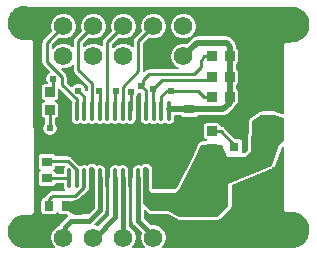
<source format=gtl>
G04 Layer: TopLayer*
G04 EasyEDA v6.5.42, 2024-05-25 08:47:02*
G04 c832b5f5d920414fa9447ed0a7611263,2865ae9118a24060a17af6d01c9bcc73,10*
G04 Gerber Generator version 0.2*
G04 Scale: 100 percent, Rotated: No, Reflected: No *
G04 Dimensions in millimeters *
G04 leading zeros omitted , absolute positions ,4 integer and 5 decimal *
%FSLAX45Y45*%
%MOMM*%

%AMMACRO1*21,1,$1,$2,0,0,$3*%
%ADD10C,0.2540*%
%ADD11C,0.5000*%
%ADD12C,0.4500*%
%ADD13O,0.3430016X1.7314926000000002*%
%ADD14MACRO1,2.75X6.2X90.0000*%
%ADD15R,0.8000X0.8000*%
%ADD16MACRO1,0.864X0.8065X0.0000*%
%ADD17R,0.8640X0.8065*%
%ADD18R,3.5000X1.2000*%
%ADD19MACRO1,0.864X0.8065X-90.0000*%
%ADD20R,0.9000X0.8000*%
%ADD21R,0.8000X0.9000*%
%ADD22O,2.4999949999999997X1.6999966*%
%ADD23C,2.0000*%
%ADD24C,1.5748*%
%ADD25C,0.6000*%
%ADD26C,0.6096*%
%ADD27C,0.6200*%
%ADD28C,0.0117*%

%LPD*%
G36*
X-174091Y-1644294D02*
G01*
X-178155Y-1643430D01*
X-181559Y-1641043D01*
X-183692Y-1637487D01*
X-185724Y-1631696D01*
X-188772Y-1626768D01*
X-192887Y-1622704D01*
X-194767Y-1621485D01*
X-197713Y-1618691D01*
X-199339Y-1614932D01*
X-199339Y-1610868D01*
X-197713Y-1607108D01*
X-194767Y-1604314D01*
X-192887Y-1603095D01*
X-188772Y-1599031D01*
X-185724Y-1594104D01*
X-183794Y-1588668D01*
X-183337Y-1584350D01*
X-182270Y-1580794D01*
X-179984Y-1577898D01*
X-176834Y-1575968D01*
X-173228Y-1575308D01*
X-111658Y-1575308D01*
X-107340Y-1576273D01*
X-103784Y-1579016D01*
X-101803Y-1582978D01*
X-101701Y-1587398D01*
X-103479Y-1591513D01*
X-107035Y-1598574D01*
X-109169Y-1606245D01*
X-109982Y-1614627D01*
X-109982Y-1634134D01*
X-110744Y-1638046D01*
X-112928Y-1641297D01*
X-116230Y-1643532D01*
X-120142Y-1644294D01*
G37*

%LPD*%
G36*
X731469Y-2272792D02*
G01*
X727659Y-2272080D01*
X724458Y-2269947D01*
X722223Y-2266848D01*
X721309Y-2263089D01*
X721868Y-2259279D01*
X723849Y-2255926D01*
X730707Y-2248103D01*
X738327Y-2236724D01*
X744372Y-2224430D01*
X748741Y-2211476D01*
X751433Y-2198065D01*
X752348Y-2184400D01*
X751433Y-2170734D01*
X748741Y-2157323D01*
X744372Y-2144369D01*
X738327Y-2132076D01*
X730707Y-2120696D01*
X721664Y-2110435D01*
X711403Y-2101392D01*
X700024Y-2093772D01*
X687730Y-2087727D01*
X674776Y-2083358D01*
X661365Y-2080666D01*
X647700Y-2079752D01*
X628650Y-2081174D01*
X625449Y-2080260D01*
X622757Y-2078329D01*
X569518Y-2025040D01*
X567283Y-2021738D01*
X566521Y-2017826D01*
X566521Y-1961184D01*
X567283Y-1957273D01*
X569518Y-1954022D01*
X572770Y-1951786D01*
X576681Y-1951024D01*
X580542Y-1951786D01*
X583844Y-1954022D01*
X603758Y-1973935D01*
X608533Y-1977745D01*
X613765Y-1980234D01*
X619404Y-1981504D01*
X622604Y-1981707D01*
X765098Y-1981707D01*
X767740Y-1982063D01*
X770178Y-1983028D01*
X852017Y-2029764D01*
X857859Y-2031796D01*
X864158Y-2032507D01*
X1193495Y-2032507D01*
X1199540Y-2031847D01*
X1205026Y-2029917D01*
X1209954Y-2026818D01*
X1212342Y-2024735D01*
X1300835Y-1936242D01*
X1304645Y-1931466D01*
X1307134Y-1926234D01*
X1308404Y-1920595D01*
X1308608Y-1917395D01*
X1308608Y-1751330D01*
X1309370Y-1747418D01*
X1311605Y-1744116D01*
X1314907Y-1741932D01*
X1660550Y-1598879D01*
X1664462Y-1596847D01*
X1669135Y-1593189D01*
X1672793Y-1588668D01*
X1675587Y-1582978D01*
X1732381Y-1424025D01*
X1734464Y-1420571D01*
X1737715Y-1418183D01*
X1741627Y-1417269D01*
X1745640Y-1417980D01*
X1748993Y-1420164D01*
X1751279Y-1423466D01*
X1752092Y-1427429D01*
X1752092Y-1941474D01*
X1752904Y-1947976D01*
X1754987Y-1953514D01*
X1758543Y-1958695D01*
X1760931Y-1961134D01*
X1766011Y-1964842D01*
X1771497Y-1967077D01*
X1778000Y-1967992D01*
X1829054Y-1969211D01*
X1845360Y-1971446D01*
X1861108Y-1975408D01*
X1876348Y-1981047D01*
X1890877Y-1988261D01*
X1904593Y-1996998D01*
X1917293Y-2007107D01*
X1928825Y-2018538D01*
X1939086Y-2031085D01*
X1947925Y-2044700D01*
X1955292Y-2059178D01*
X1961083Y-2074367D01*
X1965198Y-2090064D01*
X1967636Y-2106117D01*
X1968347Y-2122322D01*
X1967331Y-2138527D01*
X1964588Y-2154580D01*
X1960168Y-2170176D01*
X1954123Y-2185263D01*
X1946503Y-2199589D01*
X1937359Y-2213000D01*
X1926843Y-2225395D01*
X1915109Y-2236622D01*
X1902206Y-2246477D01*
X1888388Y-2254961D01*
X1873707Y-2261870D01*
X1858365Y-2267204D01*
X1842516Y-2270861D01*
X1826564Y-2272792D01*
G37*

%LPD*%
G36*
X-465734Y-2272792D02*
G01*
X-472084Y-2271928D01*
X-487019Y-2268118D01*
X-501497Y-2262632D01*
X-515264Y-2255621D01*
X-528167Y-2247188D01*
X-540105Y-2237333D01*
X-550875Y-2226259D01*
X-560374Y-2214067D01*
X-568452Y-2200910D01*
X-575106Y-2186940D01*
X-580136Y-2172360D01*
X-583590Y-2157272D01*
X-585317Y-2141931D01*
X-585419Y-2126488D01*
X-583793Y-2111095D01*
X-580491Y-2096007D01*
X-575564Y-2081377D01*
X-569061Y-2067356D01*
X-561086Y-2054148D01*
X-551688Y-2041855D01*
X-540969Y-2030679D01*
X-529183Y-2020773D01*
X-516331Y-2012188D01*
X-502615Y-2005025D01*
X-488188Y-1999488D01*
X-473252Y-1995474D01*
X-458927Y-1993341D01*
X-392887Y-1991614D01*
X-386384Y-1990648D01*
X-380949Y-1988413D01*
X-375818Y-1984705D01*
X-373481Y-1982266D01*
X-369925Y-1977085D01*
X-367792Y-1971548D01*
X-367030Y-1965045D01*
X-368554Y-538835D01*
X-369366Y-532333D01*
X-371449Y-526796D01*
X-375005Y-521614D01*
X-377596Y-519023D01*
X-382676Y-515366D01*
X-388162Y-513181D01*
X-394665Y-512318D01*
X-455828Y-511352D01*
X-472490Y-509016D01*
X-487730Y-505104D01*
X-502412Y-499567D01*
X-516432Y-492455D01*
X-529539Y-483819D01*
X-541680Y-473862D01*
X-552602Y-462584D01*
X-562305Y-450240D01*
X-570534Y-436829D01*
X-577240Y-422656D01*
X-582422Y-407822D01*
X-585927Y-392531D01*
X-587705Y-376936D01*
X-587806Y-361238D01*
X-586181Y-345592D01*
X-582828Y-330250D01*
X-577850Y-315366D01*
X-571246Y-301091D01*
X-563168Y-287680D01*
X-553618Y-275183D01*
X-542798Y-263804D01*
X-530809Y-253695D01*
X-517753Y-244957D01*
X-503834Y-237693D01*
X-489204Y-231952D01*
X-474014Y-227888D01*
X-458520Y-225501D01*
X-442823Y-224840D01*
X-427177Y-225907D01*
X-411327Y-228650D01*
X-405942Y-229108D01*
X1826564Y-229108D01*
X1843582Y-231241D01*
X1859381Y-235000D01*
X1874672Y-240436D01*
X1889302Y-247497D01*
X1903120Y-256032D01*
X1915922Y-265988D01*
X1927606Y-277317D01*
X1938020Y-289763D01*
X1947062Y-303276D01*
X1954580Y-317652D01*
X1960524Y-332740D01*
X1964842Y-348386D01*
X1967484Y-364439D01*
X1968398Y-380644D01*
X1967534Y-396849D01*
X1964994Y-412902D01*
X1960778Y-428548D01*
X1954885Y-443687D01*
X1947418Y-458114D01*
X1938426Y-471678D01*
X1928114Y-484174D01*
X1916480Y-495503D01*
X1903730Y-505561D01*
X1889963Y-514197D01*
X1875332Y-521258D01*
X1860092Y-526796D01*
X1844293Y-530656D01*
X1829104Y-532688D01*
X1786737Y-534365D01*
X1778050Y-533095D01*
X1775510Y-533146D01*
X1771700Y-533755D01*
X1765960Y-535940D01*
X1761083Y-539292D01*
X1756968Y-543966D01*
X1755089Y-547065D01*
X1752904Y-552907D01*
X1752092Y-559409D01*
X1752092Y-1126845D01*
X1751380Y-1130604D01*
X1749298Y-1133805D01*
X1746199Y-1136040D01*
X1742490Y-1136954D01*
X1738731Y-1136446D01*
X1682496Y-1117854D01*
X1675841Y-1117092D01*
X1562658Y-1117092D01*
X1556359Y-1117803D01*
X1550670Y-1119784D01*
X1547418Y-1121664D01*
X1471980Y-1171905D01*
X1467154Y-1176020D01*
X1463649Y-1180642D01*
X1461312Y-1185824D01*
X1459992Y-1193190D01*
X1447850Y-1435506D01*
X1447292Y-1438452D01*
X1445869Y-1441094D01*
X1425194Y-1468628D01*
X1422958Y-1470812D01*
X1420164Y-1472234D01*
X1417066Y-1472692D01*
X1409141Y-1472692D01*
X1404975Y-1471828D01*
X1401572Y-1469288D01*
X1399438Y-1465630D01*
X1399032Y-1461414D01*
X1399387Y-1458010D01*
X1399387Y-1379169D01*
X1398676Y-1372819D01*
X1396796Y-1367383D01*
X1393698Y-1362456D01*
X1389634Y-1358392D01*
X1384706Y-1355293D01*
X1379270Y-1353413D01*
X1372920Y-1352702D01*
X1347978Y-1352702D01*
X1344117Y-1351889D01*
X1340815Y-1349705D01*
X1247597Y-1256538D01*
X1241399Y-1251407D01*
X1234694Y-1247851D01*
X1227480Y-1245666D01*
X1220216Y-1244904D01*
X1216558Y-1243838D01*
X1213561Y-1241501D01*
X1211630Y-1238148D01*
X1209497Y-1232052D01*
X1206398Y-1227124D01*
X1202334Y-1223060D01*
X1197406Y-1219962D01*
X1191971Y-1218031D01*
X1185621Y-1217320D01*
X1100378Y-1217320D01*
X1094028Y-1218031D01*
X1088593Y-1219962D01*
X1083665Y-1223060D01*
X1079601Y-1227124D01*
X1076502Y-1232052D01*
X1074623Y-1237488D01*
X1073912Y-1243838D01*
X1073912Y-1323340D01*
X1074623Y-1329639D01*
X1076502Y-1335125D01*
X1079601Y-1340002D01*
X1083665Y-1344117D01*
X1088593Y-1347165D01*
X1094638Y-1349298D01*
X1098194Y-1351432D01*
X1100632Y-1354836D01*
X1101445Y-1358900D01*
X1100632Y-1362964D01*
X1098194Y-1366367D01*
X1094638Y-1368501D01*
X1088847Y-1370533D01*
X1085494Y-1371092D01*
X1054658Y-1371092D01*
X1048359Y-1371803D01*
X1042873Y-1373733D01*
X1037996Y-1376781D01*
X1033932Y-1380845D01*
X1030173Y-1387094D01*
X979779Y-1500428D01*
X855726Y-1748485D01*
X853846Y-1751126D01*
X830427Y-1774494D01*
X827125Y-1776730D01*
X823264Y-1777492D01*
X649935Y-1777492D01*
X646074Y-1776730D01*
X642772Y-1774494D01*
X638505Y-1770227D01*
X636270Y-1766925D01*
X635508Y-1763064D01*
X635508Y-1600504D01*
X634847Y-1594459D01*
X632917Y-1588973D01*
X629818Y-1584045D01*
X627735Y-1581658D01*
X615442Y-1569364D01*
X610666Y-1565554D01*
X605434Y-1563065D01*
X599795Y-1561795D01*
X596595Y-1561592D01*
X571804Y-1561592D01*
X565759Y-1562252D01*
X560273Y-1564182D01*
X555345Y-1567281D01*
X548792Y-1573580D01*
X545541Y-1575765D01*
X541731Y-1576578D01*
X537921Y-1575866D01*
X529894Y-1572768D01*
X522071Y-1571294D01*
X514146Y-1571294D01*
X506323Y-1572768D01*
X498906Y-1575612D01*
X492201Y-1579829D01*
X486308Y-1585163D01*
X481533Y-1591513D01*
X477977Y-1598574D01*
X475792Y-1606245D01*
X475030Y-1614627D01*
X475030Y-1659636D01*
X473964Y-1664157D01*
X472998Y-1666087D01*
X470560Y-1674672D01*
X469696Y-1684020D01*
X469747Y-2043988D01*
X471017Y-2053183D01*
X473862Y-2061667D01*
X478231Y-2069439D01*
X484225Y-2076653D01*
X546811Y-2139238D01*
X548894Y-2142337D01*
X549757Y-2145995D01*
X549249Y-2149703D01*
X546658Y-2157323D01*
X543966Y-2170734D01*
X543052Y-2184400D01*
X543966Y-2198065D01*
X546658Y-2211476D01*
X551027Y-2224430D01*
X557072Y-2236724D01*
X564692Y-2248103D01*
X571550Y-2255926D01*
X573532Y-2259279D01*
X574090Y-2263089D01*
X573176Y-2266848D01*
X570941Y-2269947D01*
X567740Y-2272080D01*
X563930Y-2272792D01*
X477469Y-2272792D01*
X473659Y-2272080D01*
X470458Y-2269947D01*
X468223Y-2266848D01*
X467309Y-2263089D01*
X467868Y-2259279D01*
X469849Y-2255926D01*
X476707Y-2248103D01*
X484327Y-2236724D01*
X490372Y-2224430D01*
X494741Y-2211476D01*
X497433Y-2198065D01*
X498348Y-2184400D01*
X497433Y-2170734D01*
X494741Y-2157323D01*
X490372Y-2144369D01*
X484327Y-2132076D01*
X476707Y-2120696D01*
X467664Y-2110435D01*
X457403Y-2101392D01*
X446024Y-2093772D01*
X442163Y-2091893D01*
X439166Y-2089657D01*
X437235Y-2086457D01*
X436524Y-2082800D01*
X436524Y-1684020D01*
X435660Y-1674672D01*
X433222Y-1666087D01*
X431444Y-1661922D01*
X431139Y-1659585D01*
X431139Y-1614627D01*
X430377Y-1606245D01*
X428193Y-1598574D01*
X424688Y-1591513D01*
X419912Y-1585163D01*
X414020Y-1579829D01*
X407263Y-1575612D01*
X399846Y-1572768D01*
X392074Y-1571294D01*
X384149Y-1571294D01*
X376326Y-1572768D01*
X368960Y-1575612D01*
X361035Y-1580642D01*
X357479Y-1582064D01*
X353720Y-1582064D01*
X350164Y-1580642D01*
X342239Y-1575612D01*
X334873Y-1572768D01*
X327050Y-1571294D01*
X319125Y-1571294D01*
X311353Y-1572768D01*
X303936Y-1575612D01*
X297180Y-1579829D01*
X291338Y-1585163D01*
X286512Y-1591513D01*
X283006Y-1598574D01*
X280822Y-1606245D01*
X280060Y-1614627D01*
X280060Y-1659636D01*
X278993Y-1664157D01*
X278028Y-1666087D01*
X275590Y-1674672D01*
X274726Y-1684020D01*
X274726Y-1989429D01*
X273913Y-1993290D01*
X271729Y-1996592D01*
X184861Y-2083511D01*
X181762Y-2085593D01*
X178104Y-2086457D01*
X174396Y-2085949D01*
X166776Y-2083358D01*
X155905Y-2081174D01*
X151942Y-2079447D01*
X149047Y-2076196D01*
X147777Y-2072030D01*
X148386Y-2067712D01*
X150723Y-2064054D01*
X228600Y-1986076D01*
X234188Y-1978660D01*
X238201Y-1970684D01*
X240639Y-1962099D01*
X241503Y-1952752D01*
X241503Y-1684070D01*
X240639Y-1674723D01*
X238201Y-1666138D01*
X236423Y-1661972D01*
X236169Y-1659636D01*
X236169Y-1614627D01*
X235407Y-1606245D01*
X233222Y-1598574D01*
X229666Y-1591513D01*
X224891Y-1585163D01*
X218998Y-1579829D01*
X212293Y-1575612D01*
X204876Y-1572768D01*
X197053Y-1571294D01*
X189128Y-1571294D01*
X181305Y-1572768D01*
X173278Y-1575866D01*
X169468Y-1576578D01*
X165658Y-1575765D01*
X162407Y-1573580D01*
X155854Y-1567281D01*
X150926Y-1564182D01*
X145440Y-1562252D01*
X139395Y-1561592D01*
X114604Y-1561592D01*
X108559Y-1562252D01*
X103073Y-1564182D01*
X98298Y-1567180D01*
X91998Y-1573123D01*
X88798Y-1575206D01*
X85090Y-1575968D01*
X81330Y-1575257D01*
X74879Y-1572768D01*
X67056Y-1571294D01*
X59131Y-1571294D01*
X51308Y-1572768D01*
X43992Y-1575612D01*
X36017Y-1580642D01*
X32512Y-1582064D01*
X28702Y-1582013D01*
X25146Y-1580642D01*
X18338Y-1576273D01*
X16611Y-1574901D01*
X-48564Y-1509776D01*
X-54762Y-1504645D01*
X-61467Y-1501089D01*
X-68681Y-1498904D01*
X-76708Y-1498092D01*
X-176276Y-1498092D01*
X-179679Y-1497482D01*
X-182676Y-1495806D01*
X-184962Y-1493164D01*
X-188874Y-1486712D01*
X-192887Y-1482699D01*
X-197764Y-1479600D01*
X-203250Y-1477721D01*
X-209550Y-1477010D01*
X-298450Y-1477010D01*
X-304749Y-1477721D01*
X-310235Y-1479600D01*
X-315112Y-1482699D01*
X-319227Y-1486814D01*
X-322275Y-1491691D01*
X-324205Y-1497177D01*
X-324916Y-1503476D01*
X-324916Y-1582318D01*
X-324205Y-1588668D01*
X-322275Y-1594104D01*
X-319227Y-1599031D01*
X-315112Y-1603095D01*
X-313232Y-1604314D01*
X-310286Y-1607108D01*
X-308660Y-1610868D01*
X-308660Y-1614932D01*
X-310286Y-1618691D01*
X-313232Y-1621485D01*
X-315112Y-1622704D01*
X-319227Y-1626768D01*
X-322275Y-1631696D01*
X-324205Y-1637131D01*
X-324916Y-1643481D01*
X-324916Y-1722323D01*
X-324205Y-1728622D01*
X-322275Y-1734108D01*
X-319227Y-1738985D01*
X-315112Y-1743100D01*
X-310235Y-1746199D01*
X-304749Y-1748078D01*
X-298450Y-1748789D01*
X-209550Y-1748789D01*
X-203250Y-1748078D01*
X-197764Y-1746199D01*
X-192887Y-1743100D01*
X-188772Y-1738985D01*
X-185724Y-1734108D01*
X-183692Y-1728317D01*
X-181559Y-1724761D01*
X-178155Y-1722374D01*
X-174091Y-1721510D01*
X-120142Y-1721510D01*
X-116230Y-1722272D01*
X-112928Y-1724507D01*
X-110744Y-1727758D01*
X-109982Y-1731670D01*
X-109982Y-1752498D01*
X-109169Y-1760880D01*
X-107035Y-1768551D01*
X-103530Y-1775510D01*
X-102463Y-1779473D01*
X-103073Y-1783537D01*
X-105257Y-1786991D01*
X-108610Y-1789379D01*
X-112623Y-1790192D01*
X-202692Y-1790192D01*
X-210718Y-1791004D01*
X-217932Y-1793189D01*
X-224637Y-1796745D01*
X-230835Y-1801875D01*
X-262026Y-1833067D01*
X-267157Y-1839264D01*
X-268427Y-1841703D01*
X-270408Y-1844293D01*
X-273151Y-1846122D01*
X-276250Y-1846986D01*
X-280822Y-1847494D01*
X-286308Y-1849424D01*
X-291185Y-1852472D01*
X-295300Y-1856587D01*
X-298399Y-1861464D01*
X-300278Y-1866950D01*
X-300990Y-1873250D01*
X-300990Y-1962150D01*
X-300278Y-1968449D01*
X-298399Y-1973935D01*
X-295300Y-1978812D01*
X-291185Y-1982927D01*
X-286308Y-1985975D01*
X-280822Y-1987905D01*
X-274523Y-1988616D01*
X-195681Y-1988616D01*
X-189331Y-1987905D01*
X-183896Y-1985975D01*
X-178968Y-1982927D01*
X-174904Y-1978812D01*
X-173685Y-1976932D01*
X-170891Y-1973986D01*
X-167132Y-1972360D01*
X-163068Y-1972360D01*
X-159308Y-1973986D01*
X-156514Y-1976932D01*
X-155295Y-1978812D01*
X-151231Y-1982927D01*
X-146304Y-1985975D01*
X-140868Y-1987905D01*
X-134518Y-1988616D01*
X-86766Y-1988616D01*
X-82753Y-1989429D01*
X-79349Y-1991817D01*
X-77216Y-1995322D01*
X-76657Y-1999386D01*
X-77724Y-2003348D01*
X-80264Y-2006600D01*
X-85344Y-2010816D01*
X-137109Y-2062632D01*
X-142798Y-2070150D01*
X-145796Y-2075840D01*
X-147624Y-2081225D01*
X-149047Y-2084019D01*
X-151231Y-2086203D01*
X-166624Y-2093772D01*
X-178003Y-2101392D01*
X-188264Y-2110435D01*
X-197307Y-2120696D01*
X-204927Y-2132076D01*
X-210972Y-2144369D01*
X-215341Y-2157323D01*
X-218033Y-2170734D01*
X-218948Y-2184400D01*
X-218033Y-2198065D01*
X-215341Y-2211476D01*
X-210972Y-2224430D01*
X-204927Y-2236724D01*
X-197307Y-2248103D01*
X-190449Y-2255926D01*
X-188468Y-2259279D01*
X-187909Y-2263089D01*
X-188823Y-2266848D01*
X-191058Y-2269947D01*
X-194259Y-2272080D01*
X-198069Y-2272792D01*
G37*

%LPC*%
G36*
X-228600Y-1313637D02*
G01*
X-218795Y-1312773D01*
X-209346Y-1310233D01*
X-200406Y-1306118D01*
X-192379Y-1300480D01*
X-185420Y-1293520D01*
X-179781Y-1285494D01*
X-175666Y-1276553D01*
X-173126Y-1267104D01*
X-172262Y-1257300D01*
X-173126Y-1247495D01*
X-175666Y-1238046D01*
X-179781Y-1229106D01*
X-185420Y-1221079D01*
X-186994Y-1219504D01*
X-189230Y-1216202D01*
X-189992Y-1212291D01*
X-189992Y-1179779D01*
X-189331Y-1176172D01*
X-187401Y-1173022D01*
X-184505Y-1170736D01*
X-179628Y-1169568D01*
X-174193Y-1167638D01*
X-169265Y-1164539D01*
X-165201Y-1160475D01*
X-162102Y-1155547D01*
X-160223Y-1150112D01*
X-159512Y-1143762D01*
X-159512Y-1064260D01*
X-160223Y-1057960D01*
X-162102Y-1052474D01*
X-165201Y-1047597D01*
X-169265Y-1043482D01*
X-174193Y-1040434D01*
X-180238Y-1038301D01*
X-183794Y-1036167D01*
X-186232Y-1032764D01*
X-187045Y-1028700D01*
X-186232Y-1024636D01*
X-183794Y-1021232D01*
X-180238Y-1019098D01*
X-174193Y-1016965D01*
X-169265Y-1013917D01*
X-165201Y-1009802D01*
X-162102Y-1004925D01*
X-160223Y-999439D01*
X-159512Y-993140D01*
X-159512Y-935634D01*
X-158699Y-931773D01*
X-156514Y-928471D01*
X-153212Y-926236D01*
X-149352Y-925474D01*
X-145440Y-926236D01*
X-142138Y-928471D01*
X-46939Y-1023670D01*
X-44551Y-1027430D01*
X-43992Y-1031849D01*
X-44958Y-1041501D01*
X-44958Y-1179372D01*
X-44196Y-1187754D01*
X-42011Y-1195374D01*
X-38455Y-1202486D01*
X-33680Y-1208836D01*
X-27838Y-1214170D01*
X-21082Y-1218336D01*
X-13665Y-1221232D01*
X-5892Y-1222654D01*
X2082Y-1222654D01*
X9855Y-1221232D01*
X17221Y-1218336D01*
X25146Y-1213307D01*
X28702Y-1211935D01*
X32512Y-1211935D01*
X36017Y-1213307D01*
X43992Y-1218336D01*
X51308Y-1221232D01*
X59131Y-1222654D01*
X67056Y-1222654D01*
X74879Y-1221232D01*
X82245Y-1218336D01*
X90170Y-1213307D01*
X93675Y-1211935D01*
X97485Y-1211935D01*
X101041Y-1213307D01*
X108966Y-1218336D01*
X116332Y-1221232D01*
X124155Y-1222654D01*
X132080Y-1222654D01*
X139852Y-1221232D01*
X147218Y-1218336D01*
X155143Y-1213307D01*
X158699Y-1211935D01*
X162509Y-1211935D01*
X166014Y-1213307D01*
X173990Y-1218336D01*
X181305Y-1221232D01*
X189128Y-1222654D01*
X197053Y-1222654D01*
X204876Y-1221232D01*
X212242Y-1218336D01*
X220167Y-1213307D01*
X223723Y-1211935D01*
X227482Y-1211935D01*
X231038Y-1213307D01*
X238963Y-1218336D01*
X246329Y-1221232D01*
X254152Y-1222654D01*
X262077Y-1222654D01*
X269849Y-1221232D01*
X277215Y-1218336D01*
X285140Y-1213307D01*
X288696Y-1211935D01*
X292506Y-1211935D01*
X296062Y-1213307D01*
X303987Y-1218336D01*
X311353Y-1221232D01*
X319125Y-1222654D01*
X327050Y-1222654D01*
X334873Y-1221232D01*
X342239Y-1218336D01*
X350164Y-1213307D01*
X353720Y-1211935D01*
X357479Y-1211935D01*
X361035Y-1213307D01*
X368960Y-1218336D01*
X376326Y-1221232D01*
X384149Y-1222654D01*
X392074Y-1222654D01*
X399846Y-1221232D01*
X407212Y-1218336D01*
X415137Y-1213307D01*
X418693Y-1211935D01*
X422503Y-1211935D01*
X426059Y-1213307D01*
X433984Y-1218336D01*
X441350Y-1221232D01*
X449122Y-1222654D01*
X457047Y-1222654D01*
X464870Y-1221232D01*
X472287Y-1218336D01*
X479043Y-1214170D01*
X484885Y-1208836D01*
X489661Y-1202486D01*
X493217Y-1195374D01*
X495401Y-1187754D01*
X496163Y-1179372D01*
X496163Y-1041450D01*
X495808Y-1037183D01*
X495808Y-998219D01*
X496519Y-994410D01*
X498652Y-991158D01*
X501446Y-988212D01*
X506831Y-980236D01*
X510844Y-971448D01*
X513384Y-961593D01*
X515112Y-958037D01*
X518109Y-955395D01*
X521868Y-954125D01*
X525881Y-954379D01*
X537057Y-957376D01*
X540969Y-959408D01*
X543610Y-962914D01*
X544576Y-967181D01*
X544576Y-1019860D01*
X540816Y-1033068D01*
X540054Y-1041450D01*
X540054Y-1179372D01*
X540816Y-1187754D01*
X543001Y-1195374D01*
X546506Y-1202486D01*
X551332Y-1208836D01*
X557174Y-1214170D01*
X563930Y-1218336D01*
X571347Y-1221232D01*
X579120Y-1222654D01*
X587044Y-1222654D01*
X594868Y-1221232D01*
X602234Y-1218336D01*
X610158Y-1213307D01*
X613714Y-1211935D01*
X617524Y-1211935D01*
X621030Y-1213307D01*
X628954Y-1218336D01*
X636320Y-1221232D01*
X644144Y-1222654D01*
X652068Y-1222654D01*
X659892Y-1221232D01*
X667207Y-1218336D01*
X675182Y-1213307D01*
X678688Y-1211935D01*
X682498Y-1211935D01*
X686054Y-1213307D01*
X693978Y-1218336D01*
X701344Y-1221232D01*
X709117Y-1222654D01*
X717092Y-1222654D01*
X724865Y-1221232D01*
X732231Y-1218336D01*
X740156Y-1213307D01*
X743712Y-1211935D01*
X747522Y-1211935D01*
X751027Y-1213307D01*
X758952Y-1218336D01*
X766318Y-1221232D01*
X774141Y-1222654D01*
X782066Y-1222654D01*
X789889Y-1221232D01*
X797255Y-1218336D01*
X804011Y-1214170D01*
X809904Y-1208836D01*
X814679Y-1202486D01*
X818235Y-1195374D01*
X820369Y-1187754D01*
X821182Y-1179372D01*
X821182Y-1159459D01*
X821944Y-1155598D01*
X824128Y-1152296D01*
X827430Y-1150061D01*
X831342Y-1149299D01*
X878382Y-1149299D01*
X881735Y-1149858D01*
X884732Y-1151534D01*
X887272Y-1154531D01*
X891387Y-1158595D01*
X896264Y-1161694D01*
X901750Y-1163624D01*
X908050Y-1164336D01*
X996950Y-1164336D01*
X1003249Y-1163624D01*
X1008735Y-1161694D01*
X1013612Y-1158595D01*
X1020318Y-1151432D01*
X1023315Y-1149756D01*
X1026668Y-1149197D01*
X1238300Y-1149197D01*
X1242923Y-1148994D01*
X1247343Y-1148435D01*
X1251661Y-1147470D01*
X1255928Y-1146149D01*
X1259992Y-1144422D01*
X1263954Y-1142390D01*
X1267714Y-1140002D01*
X1271219Y-1137310D01*
X1274673Y-1134160D01*
X1330502Y-1078331D01*
X1333652Y-1074877D01*
X1336344Y-1071372D01*
X1338630Y-1067765D01*
X1341475Y-1061821D01*
X1343050Y-1059434D01*
X1345234Y-1057605D01*
X1350975Y-1053998D01*
X1355039Y-1049934D01*
X1358138Y-1045006D01*
X1360068Y-1039571D01*
X1360779Y-1033221D01*
X1360779Y-947978D01*
X1360068Y-941628D01*
X1358138Y-936193D01*
X1355039Y-931265D01*
X1347673Y-924458D01*
X1345996Y-921461D01*
X1345438Y-918108D01*
X1345438Y-897991D01*
X1345996Y-894638D01*
X1347673Y-891641D01*
X1350975Y-888898D01*
X1355039Y-884834D01*
X1358138Y-879906D01*
X1360068Y-874471D01*
X1360779Y-868121D01*
X1360779Y-782878D01*
X1360068Y-776528D01*
X1358138Y-771093D01*
X1355039Y-766165D01*
X1347673Y-759358D01*
X1345996Y-756361D01*
X1345438Y-753008D01*
X1345438Y-720191D01*
X1345996Y-716838D01*
X1347673Y-713841D01*
X1350975Y-711098D01*
X1355039Y-707034D01*
X1358138Y-702106D01*
X1360068Y-696671D01*
X1360779Y-690321D01*
X1360779Y-605078D01*
X1360068Y-598728D01*
X1358138Y-593293D01*
X1355039Y-588365D01*
X1348486Y-582066D01*
X1346860Y-579221D01*
X1346250Y-575970D01*
X1346047Y-566420D01*
X1345641Y-563270D01*
X1344422Y-557834D01*
X1343406Y-554634D01*
X1341323Y-549503D01*
X1339799Y-546557D01*
X1336700Y-541731D01*
X1309776Y-503986D01*
X1307236Y-500735D01*
X1303883Y-497078D01*
X1300988Y-494436D01*
X1297025Y-491439D01*
X1293723Y-489356D01*
X1289304Y-487070D01*
X1285697Y-485597D01*
X1280922Y-484124D01*
X1277112Y-483260D01*
X1272184Y-482650D01*
X1268018Y-482498D01*
X1016203Y-482498D01*
X1011580Y-482701D01*
X1007160Y-483260D01*
X1002842Y-484225D01*
X998575Y-485546D01*
X994511Y-487273D01*
X990549Y-489305D01*
X986790Y-491693D01*
X983284Y-494385D01*
X979830Y-497535D01*
X934262Y-543153D01*
X931570Y-545033D01*
X928420Y-545998D01*
X925118Y-545896D01*
X915365Y-543966D01*
X901700Y-543052D01*
X888034Y-543966D01*
X874623Y-546658D01*
X861669Y-551027D01*
X849376Y-557072D01*
X837996Y-564692D01*
X827735Y-573735D01*
X818692Y-583996D01*
X811072Y-595376D01*
X805027Y-607669D01*
X800658Y-620623D01*
X797966Y-634034D01*
X797052Y-647700D01*
X797966Y-661365D01*
X800658Y-674776D01*
X805027Y-687730D01*
X811072Y-700024D01*
X818692Y-711403D01*
X827735Y-721664D01*
X837996Y-730707D01*
X849376Y-738327D01*
X857300Y-742238D01*
X860806Y-745083D01*
X862736Y-749147D01*
X862736Y-753618D01*
X860755Y-757682D01*
X857199Y-760476D01*
X852830Y-761492D01*
X610108Y-761492D01*
X602081Y-762304D01*
X594868Y-764489D01*
X588162Y-768045D01*
X581964Y-773176D01*
X576630Y-778459D01*
X573379Y-780643D01*
X569468Y-781405D01*
X565556Y-780643D01*
X562305Y-778459D01*
X560070Y-775157D01*
X559308Y-771245D01*
X559308Y-540918D01*
X560070Y-537006D01*
X562305Y-533704D01*
X601675Y-494334D01*
X604774Y-492201D01*
X608431Y-491337D01*
X612140Y-491896D01*
X620623Y-494741D01*
X634034Y-497433D01*
X647700Y-498348D01*
X661365Y-497433D01*
X674776Y-494741D01*
X687730Y-490372D01*
X700024Y-484327D01*
X711403Y-476707D01*
X721664Y-467664D01*
X730707Y-457403D01*
X738327Y-446024D01*
X744372Y-433730D01*
X748741Y-420776D01*
X751433Y-407365D01*
X752348Y-393700D01*
X751433Y-380034D01*
X748741Y-366623D01*
X744372Y-353669D01*
X738327Y-341376D01*
X730707Y-329996D01*
X721664Y-319735D01*
X711403Y-310692D01*
X700024Y-303072D01*
X687730Y-297027D01*
X674776Y-292658D01*
X661365Y-289966D01*
X647700Y-289052D01*
X634034Y-289966D01*
X620623Y-292658D01*
X607669Y-297027D01*
X595376Y-303072D01*
X583996Y-310692D01*
X573735Y-319735D01*
X564692Y-329996D01*
X557072Y-341376D01*
X551027Y-353669D01*
X546658Y-366623D01*
X543966Y-380034D01*
X543052Y-393700D01*
X543966Y-407365D01*
X546658Y-420776D01*
X549503Y-429259D01*
X550062Y-432968D01*
X549198Y-436626D01*
X547065Y-439724D01*
X493776Y-493064D01*
X488645Y-499262D01*
X485089Y-505968D01*
X482904Y-513181D01*
X482092Y-521208D01*
X482092Y-563930D01*
X481380Y-567740D01*
X479247Y-570941D01*
X476148Y-573176D01*
X472389Y-574090D01*
X468579Y-573532D01*
X465226Y-571550D01*
X457403Y-564692D01*
X446024Y-557072D01*
X433730Y-551027D01*
X420776Y-546658D01*
X407365Y-543966D01*
X393700Y-543052D01*
X380034Y-543966D01*
X366623Y-546658D01*
X353669Y-551027D01*
X341376Y-557072D01*
X329996Y-564692D01*
X319735Y-573735D01*
X314502Y-579678D01*
X311251Y-582117D01*
X307289Y-583133D01*
X303276Y-582472D01*
X299821Y-580288D01*
X297535Y-576986D01*
X296722Y-572973D01*
X296722Y-549503D01*
X297484Y-545642D01*
X299669Y-542340D01*
X347675Y-494334D01*
X350774Y-492201D01*
X354431Y-491337D01*
X358140Y-491896D01*
X366623Y-494741D01*
X380034Y-497433D01*
X393700Y-498348D01*
X407365Y-497433D01*
X420776Y-494741D01*
X433730Y-490372D01*
X446024Y-484327D01*
X457403Y-476707D01*
X467664Y-467664D01*
X476707Y-457403D01*
X484327Y-446024D01*
X490372Y-433730D01*
X494741Y-420776D01*
X497433Y-407365D01*
X498348Y-393700D01*
X497433Y-380034D01*
X494741Y-366623D01*
X490372Y-353669D01*
X484327Y-341376D01*
X476707Y-329996D01*
X467664Y-319735D01*
X457403Y-310692D01*
X446024Y-303072D01*
X433730Y-297027D01*
X420776Y-292658D01*
X407365Y-289966D01*
X393700Y-289052D01*
X380034Y-289966D01*
X366623Y-292658D01*
X353669Y-297027D01*
X341376Y-303072D01*
X329996Y-310692D01*
X319735Y-319735D01*
X310692Y-329996D01*
X303072Y-341376D01*
X297027Y-353669D01*
X292658Y-366623D01*
X289966Y-380034D01*
X289052Y-393700D01*
X289966Y-407365D01*
X292658Y-420776D01*
X295503Y-429259D01*
X296062Y-432968D01*
X295198Y-436626D01*
X293065Y-439724D01*
X231140Y-501650D01*
X226009Y-507898D01*
X222453Y-514553D01*
X220268Y-521766D01*
X219506Y-529793D01*
X219506Y-556463D01*
X218541Y-560679D01*
X215900Y-564184D01*
X212090Y-566216D01*
X207721Y-566470D01*
X203657Y-564896D01*
X192024Y-557072D01*
X179730Y-551027D01*
X166776Y-546658D01*
X153365Y-543966D01*
X139700Y-543052D01*
X126034Y-543966D01*
X112623Y-546658D01*
X99669Y-551027D01*
X87376Y-557072D01*
X75996Y-564692D01*
X68173Y-571550D01*
X64820Y-573532D01*
X61010Y-574090D01*
X57251Y-573176D01*
X54152Y-570941D01*
X52019Y-567740D01*
X51308Y-563930D01*
X51308Y-540918D01*
X52069Y-537006D01*
X54305Y-533704D01*
X93675Y-494334D01*
X96774Y-492201D01*
X100431Y-491337D01*
X104139Y-491896D01*
X112623Y-494741D01*
X126034Y-497433D01*
X139700Y-498348D01*
X153365Y-497433D01*
X166776Y-494741D01*
X179730Y-490372D01*
X192024Y-484327D01*
X203403Y-476707D01*
X213664Y-467664D01*
X222707Y-457403D01*
X230327Y-446024D01*
X236372Y-433730D01*
X240741Y-420776D01*
X243433Y-407365D01*
X244348Y-393700D01*
X243433Y-380034D01*
X240741Y-366623D01*
X236372Y-353669D01*
X230327Y-341376D01*
X222707Y-329996D01*
X213664Y-319735D01*
X203403Y-310692D01*
X192024Y-303072D01*
X179730Y-297027D01*
X166776Y-292658D01*
X153365Y-289966D01*
X139700Y-289052D01*
X126034Y-289966D01*
X112623Y-292658D01*
X99669Y-297027D01*
X87376Y-303072D01*
X75996Y-310692D01*
X65735Y-319735D01*
X56692Y-329996D01*
X49072Y-341376D01*
X43027Y-353669D01*
X38658Y-366623D01*
X35966Y-380034D01*
X35052Y-393700D01*
X35966Y-407365D01*
X38658Y-420776D01*
X41503Y-429259D01*
X42062Y-432968D01*
X41198Y-436626D01*
X39065Y-439724D01*
X-14224Y-493064D01*
X-19354Y-499262D01*
X-22910Y-505968D01*
X-25095Y-513181D01*
X-25908Y-521208D01*
X-25908Y-563930D01*
X-26619Y-567740D01*
X-28752Y-570941D01*
X-31851Y-573176D01*
X-35610Y-574090D01*
X-39420Y-573532D01*
X-42773Y-571550D01*
X-50596Y-564692D01*
X-61976Y-557072D01*
X-74269Y-551027D01*
X-87223Y-546658D01*
X-100634Y-543966D01*
X-114300Y-543052D01*
X-127965Y-543966D01*
X-141376Y-546658D01*
X-154330Y-551027D01*
X-166624Y-557072D01*
X-178003Y-564692D01*
X-188264Y-573735D01*
X-197612Y-584352D01*
X-200863Y-586790D01*
X-204774Y-587806D01*
X-208788Y-587146D01*
X-212242Y-584962D01*
X-214579Y-581609D01*
X-215392Y-577646D01*
X-215392Y-553618D01*
X-214629Y-549706D01*
X-212394Y-546404D01*
X-160324Y-494334D01*
X-157226Y-492201D01*
X-153568Y-491337D01*
X-149860Y-491896D01*
X-141376Y-494741D01*
X-127965Y-497433D01*
X-114300Y-498348D01*
X-100634Y-497433D01*
X-87223Y-494741D01*
X-74269Y-490372D01*
X-61976Y-484327D01*
X-50596Y-476707D01*
X-40335Y-467664D01*
X-31292Y-457403D01*
X-23672Y-446024D01*
X-17627Y-433730D01*
X-13258Y-420776D01*
X-10566Y-407365D01*
X-9652Y-393700D01*
X-10566Y-380034D01*
X-13258Y-366623D01*
X-17627Y-353669D01*
X-23672Y-341376D01*
X-31292Y-329996D01*
X-40335Y-319735D01*
X-50596Y-310692D01*
X-61976Y-303072D01*
X-74269Y-297027D01*
X-87223Y-292658D01*
X-100634Y-289966D01*
X-114300Y-289052D01*
X-127965Y-289966D01*
X-141376Y-292658D01*
X-154330Y-297027D01*
X-166624Y-303072D01*
X-178003Y-310692D01*
X-188264Y-319735D01*
X-197307Y-329996D01*
X-204927Y-341376D01*
X-210972Y-353669D01*
X-215341Y-366623D01*
X-218033Y-380034D01*
X-218948Y-393700D01*
X-218033Y-407365D01*
X-215341Y-420776D01*
X-212496Y-429259D01*
X-211937Y-432968D01*
X-212801Y-436626D01*
X-214934Y-439724D01*
X-280924Y-505764D01*
X-286054Y-511962D01*
X-289610Y-518668D01*
X-291795Y-525881D01*
X-292608Y-533908D01*
X-292608Y-697992D01*
X-291795Y-706018D01*
X-289610Y-713232D01*
X-286054Y-719937D01*
X-280924Y-726135D01*
X-231902Y-775208D01*
X-229514Y-778916D01*
X-228955Y-783285D01*
X-230276Y-787450D01*
X-233273Y-790702D01*
X-239420Y-795020D01*
X-246379Y-801979D01*
X-252018Y-810006D01*
X-256133Y-818946D01*
X-258673Y-828395D01*
X-259537Y-838200D01*
X-258673Y-848004D01*
X-256133Y-857453D01*
X-252018Y-866394D01*
X-248666Y-871169D01*
X-246989Y-875233D01*
X-247142Y-879602D01*
X-249174Y-883513D01*
X-252679Y-886206D01*
X-256997Y-887120D01*
X-271221Y-887120D01*
X-277571Y-887831D01*
X-283006Y-889762D01*
X-287934Y-892860D01*
X-291998Y-896924D01*
X-295097Y-901852D01*
X-296976Y-907287D01*
X-297688Y-913637D01*
X-297688Y-993140D01*
X-296976Y-999439D01*
X-295097Y-1004925D01*
X-291998Y-1009802D01*
X-287934Y-1013917D01*
X-283006Y-1016965D01*
X-276961Y-1019098D01*
X-273405Y-1021232D01*
X-270967Y-1024636D01*
X-270154Y-1028700D01*
X-270967Y-1032764D01*
X-273405Y-1036167D01*
X-276961Y-1038301D01*
X-283006Y-1040434D01*
X-287934Y-1043482D01*
X-291998Y-1047597D01*
X-295097Y-1052474D01*
X-296976Y-1057960D01*
X-297688Y-1064260D01*
X-297688Y-1143762D01*
X-296976Y-1150112D01*
X-295097Y-1155547D01*
X-291998Y-1160475D01*
X-287934Y-1164539D01*
X-283006Y-1167638D01*
X-277571Y-1169568D01*
X-272694Y-1170736D01*
X-269798Y-1173022D01*
X-267868Y-1176172D01*
X-267208Y-1179779D01*
X-267208Y-1212291D01*
X-267970Y-1216202D01*
X-270205Y-1219504D01*
X-271780Y-1221079D01*
X-277418Y-1229106D01*
X-281533Y-1238046D01*
X-284073Y-1247495D01*
X-284937Y-1257300D01*
X-284073Y-1267104D01*
X-281533Y-1276553D01*
X-277418Y-1285494D01*
X-271780Y-1293520D01*
X-264820Y-1300480D01*
X-256794Y-1306118D01*
X-247853Y-1310233D01*
X-238404Y-1312773D01*
G37*
G36*
X901700Y-498348D02*
G01*
X915365Y-497433D01*
X928776Y-494741D01*
X941730Y-490372D01*
X954024Y-484327D01*
X965403Y-476707D01*
X975664Y-467664D01*
X984707Y-457403D01*
X992327Y-446024D01*
X998372Y-433730D01*
X1002741Y-420776D01*
X1005433Y-407365D01*
X1006348Y-393700D01*
X1005433Y-380034D01*
X1002741Y-366623D01*
X998372Y-353669D01*
X992327Y-341376D01*
X984707Y-329996D01*
X975664Y-319735D01*
X965403Y-310692D01*
X954024Y-303072D01*
X941730Y-297027D01*
X928776Y-292658D01*
X915365Y-289966D01*
X901700Y-289052D01*
X888034Y-289966D01*
X874623Y-292658D01*
X861669Y-297027D01*
X849376Y-303072D01*
X837996Y-310692D01*
X827735Y-319735D01*
X818692Y-329996D01*
X811072Y-341376D01*
X805027Y-353669D01*
X800658Y-366623D01*
X797966Y-380034D01*
X797052Y-393700D01*
X797966Y-407365D01*
X800658Y-420776D01*
X805027Y-433730D01*
X811072Y-446024D01*
X818692Y-457403D01*
X827735Y-467664D01*
X837996Y-476707D01*
X849376Y-484327D01*
X861669Y-490372D01*
X874623Y-494741D01*
X888034Y-497433D01*
G37*

%LPD*%
G36*
X79298Y-947623D02*
G01*
X75438Y-946861D01*
X71831Y-944321D01*
X69799Y-941425D01*
X68884Y-938021D01*
X68173Y-929995D01*
X65633Y-920546D01*
X61518Y-911606D01*
X55880Y-903579D01*
X48920Y-896619D01*
X40894Y-890981D01*
X31953Y-886866D01*
X22504Y-884326D01*
X12700Y-883462D01*
X2895Y-884326D01*
X-6553Y-886866D01*
X-15494Y-890981D01*
X-23520Y-896619D01*
X-30480Y-903579D01*
X-34798Y-909726D01*
X-38049Y-912723D01*
X-42214Y-914044D01*
X-46583Y-913485D01*
X-50292Y-911098D01*
X-85394Y-875995D01*
X-87630Y-872693D01*
X-88392Y-868781D01*
X-88392Y-826008D01*
X-89204Y-817981D01*
X-91389Y-810768D01*
X-94945Y-804062D01*
X-100076Y-797864D01*
X-128676Y-769213D01*
X-130911Y-765810D01*
X-131673Y-761796D01*
X-130759Y-757834D01*
X-128371Y-754532D01*
X-124866Y-752449D01*
X-120853Y-751890D01*
X-114300Y-752348D01*
X-100634Y-751433D01*
X-87223Y-748741D01*
X-74269Y-744372D01*
X-61976Y-738327D01*
X-50596Y-730707D01*
X-42773Y-723849D01*
X-39420Y-721868D01*
X-35610Y-721309D01*
X-31851Y-722223D01*
X-28752Y-724458D01*
X-26619Y-727659D01*
X-25908Y-731469D01*
X-25908Y-761492D01*
X-25095Y-769518D01*
X-22910Y-776732D01*
X-19354Y-783437D01*
X-14224Y-789635D01*
X86512Y-890422D01*
X88696Y-893724D01*
X89509Y-897585D01*
X89509Y-937463D01*
X88696Y-941324D01*
X86512Y-944626D01*
X83210Y-946861D01*
G37*

%LPD*%
G36*
X1562100Y-1143000D02*
G01*
X1485900Y-1193800D01*
X1473200Y-1447800D01*
X1435100Y-1498600D01*
X1270000Y-1498600D01*
X1231900Y-1397000D01*
X1054100Y-1397000D01*
X1003300Y-1511300D01*
X876300Y-1765300D01*
X838200Y-1803400D01*
X635000Y-1803400D01*
X609600Y-1778000D01*
X609600Y-1600200D01*
X596900Y-1587500D01*
X571500Y-1587500D01*
X558800Y-1600200D01*
X558800Y-1892300D01*
X622300Y-1955800D01*
X774700Y-1955800D01*
X863600Y-2006600D01*
X1193800Y-2006600D01*
X1282700Y-1917700D01*
X1282700Y-1727200D01*
X1651000Y-1574800D01*
X1714500Y-1397000D01*
X1752600Y-1358900D01*
X1752600Y-1168400D01*
X1676400Y-1143000D01*
G37*
G36*
X114300Y-1587500D02*
G01*
X101600Y-1600200D01*
X101600Y-1778000D01*
X12700Y-1854200D01*
X-63500Y-1879600D01*
X-63500Y-1968500D01*
X-12700Y-1993900D01*
X101600Y-1981200D01*
X152400Y-1930400D01*
X152400Y-1600200D01*
X139700Y-1587500D01*
G37*
D10*
X1143000Y-1283462D02*
G01*
X1219961Y-1283462D01*
X1333500Y-1397000D01*
X1333500Y-1418589D01*
X330200Y-939800D02*
G01*
X323118Y-946881D01*
X323118Y-1110437D01*
X63093Y-1110437D02*
G01*
X63093Y-990193D01*
X12700Y-939800D01*
X648208Y-1110487D02*
G01*
X647700Y-1109979D01*
X647700Y-927100D01*
X546100Y-901700D02*
G01*
X583184Y-938784D01*
X583184Y-1110487D01*
X800100Y-939800D02*
G01*
X762000Y-939800D01*
X713234Y-988565D01*
X713234Y-1110487D01*
D11*
X1294536Y-647700D02*
G01*
X1294536Y-825500D01*
X1294531Y-825500D01*
X1294536Y-825500D02*
G01*
X1294536Y-990600D01*
X1294531Y-990600D01*
X952500Y-1098397D02*
G01*
X778101Y-1098397D01*
X777999Y-1098295D01*
D10*
X-228600Y-1257300D02*
G01*
X-228600Y-1104036D01*
X190500Y-939800D02*
G01*
X193093Y-942393D01*
X193093Y-1110437D01*
X800100Y-939800D02*
G01*
X1028700Y-939800D01*
X1079500Y-990600D01*
X1143761Y-990600D01*
X546100Y-901700D02*
G01*
X558800Y-889000D01*
X558800Y-850900D01*
X609600Y-800100D01*
X990600Y-800100D01*
X1054100Y-736600D01*
X1054100Y-685800D01*
X1079500Y-647700D01*
X1143868Y-647700D01*
D11*
X901700Y-647700D02*
G01*
X1016000Y-533400D01*
X1268227Y-533400D01*
X1295400Y-571500D01*
X1294643Y-647700D01*
D10*
X-203200Y-838200D02*
G01*
X-203200Y-952500D01*
X-228600Y-952500D01*
D11*
X1294638Y-990600D02*
G01*
X1294638Y-1042162D01*
X1238504Y-1098295D01*
X1183386Y-1098295D01*
X952500Y-1098295D01*
D10*
X-66903Y-1683575D02*
G01*
X-67576Y-1682902D01*
X-254000Y-1682902D01*
X-254000Y-1542897D02*
G01*
X-247802Y-1536700D01*
X-76200Y-1536700D01*
X-1904Y-1610995D01*
X-1904Y-1683575D01*
X63093Y-1683575D02*
G01*
X63093Y-1753006D01*
X-12700Y-1828800D01*
X-203200Y-1828800D01*
X-219024Y-1844624D01*
X-219024Y-1844624D02*
G01*
X-235102Y-1860702D01*
X-235102Y-1917700D01*
D12*
X193090Y-1683588D02*
G01*
X193090Y-1953209D01*
X113817Y-2032482D01*
X113817Y-2032482D02*
G01*
X101600Y-2044700D01*
X-50800Y-2044700D01*
X-101600Y-2095500D01*
X-101600Y-2184400D01*
X323113Y-1683575D02*
G01*
X323113Y-2013686D01*
X152400Y-2184400D01*
X518109Y-1683575D02*
G01*
X518109Y-2042109D01*
X660400Y-2184400D01*
D10*
X647700Y-393700D02*
G01*
X520700Y-520700D01*
X520700Y-774700D01*
X388111Y-907287D01*
X388111Y-932179D01*
X388111Y-1110437D02*
G01*
X388111Y-932179D01*
X453110Y-1110424D02*
G01*
X457200Y-1106335D01*
X457200Y-952500D01*
X-114300Y-393700D02*
G01*
X-254000Y-533400D01*
X-254000Y-698500D01*
X-127000Y-825500D01*
X-127000Y-889000D01*
X-1904Y-1014095D01*
X-1904Y-1110437D01*
X1143863Y-825500D02*
G01*
X1118463Y-850900D01*
X723900Y-850900D01*
X647700Y-927100D01*
X139700Y-393700D02*
G01*
X12700Y-520700D01*
X12700Y-762000D01*
X128092Y-877392D01*
X128092Y-1110437D01*
X393700Y-393700D02*
G01*
X258091Y-529308D01*
X258091Y-1110437D01*
D12*
X388111Y-1683575D02*
G01*
X388111Y-2166112D01*
X406400Y-2184400D01*
D13*
G01*
X-66903Y-1683588D03*
G01*
X-1904Y-1683588D03*
G01*
X63093Y-1683588D03*
G01*
X128092Y-1683588D03*
G01*
X193090Y-1683588D03*
G01*
X258089Y-1683588D03*
G01*
X323113Y-1683588D03*
G01*
X388111Y-1683588D03*
G01*
X453110Y-1683588D03*
G01*
X518109Y-1683588D03*
G01*
X583107Y-1683588D03*
G01*
X648106Y-1683588D03*
G01*
X713104Y-1683588D03*
G01*
X778103Y-1683588D03*
G01*
X-66903Y-1110437D03*
G01*
X-1904Y-1110437D03*
G01*
X63093Y-1110437D03*
G01*
X128092Y-1110437D03*
G01*
X193090Y-1110437D03*
G01*
X258089Y-1110437D03*
G01*
X323113Y-1110437D03*
G01*
X388111Y-1110437D03*
G01*
X453110Y-1110437D03*
G01*
X518109Y-1110437D03*
G01*
X583107Y-1110437D03*
G01*
X648106Y-1110437D03*
G01*
X713104Y-1110437D03*
G01*
X778103Y-1110437D03*
D14*
G01*
X355600Y-1396987D03*
D15*
G01*
X1333500Y-1418589D03*
G01*
X1333500Y-1248410D03*
D16*
G01*
X1143000Y-1283575D03*
D17*
G01*
X1143000Y-1434236D03*
D18*
G01*
X1028395Y-1879600D03*
G01*
X1562404Y-1879600D03*
D19*
G01*
X1143875Y-647700D03*
G01*
X1294524Y-647700D03*
G01*
X1143875Y-825500D03*
G01*
X1294524Y-825500D03*
G01*
X1143875Y-990600D03*
G01*
X1294524Y-990600D03*
D16*
G01*
X-228600Y-1104024D03*
D17*
G01*
X-228600Y-953363D03*
D20*
G01*
X-254000Y-1682902D03*
G01*
X-254000Y-1542897D03*
D21*
G01*
X-235102Y-1917700D03*
G01*
X-95097Y-1917700D03*
D20*
G01*
X952500Y-1098397D03*
G01*
X952500Y-1238402D03*
D22*
G01*
X1625600Y-774700D03*
G01*
X1625600Y-1270000D03*
D23*
G01*
X1816100Y-2120900D03*
G01*
X-444500Y-368300D03*
G01*
X-444500Y-2133600D03*
G01*
X1816100Y-381000D03*
D24*
G01*
X-114300Y-2184400D03*
G01*
X139700Y-2184400D03*
G01*
X393700Y-2184400D03*
G01*
X647700Y-2184400D03*
G01*
X-114300Y-647700D03*
G01*
X139700Y-647700D03*
G01*
X393700Y-647700D03*
G01*
X647700Y-647700D03*
G01*
X901700Y-647700D03*
G01*
X-114300Y-393700D03*
G01*
X139700Y-393700D03*
G01*
X393700Y-393700D03*
G01*
X647700Y-393700D03*
G01*
X901700Y-393700D03*
G01*
X1155700Y-393700D03*
D25*
G01*
X205613Y-1447012D03*
G01*
X205613Y-1347012D03*
G01*
X305612Y-1447012D03*
G01*
X305612Y-1347012D03*
G01*
X405612Y-1447012D03*
G01*
X405612Y-1347012D03*
G01*
X505612Y-1447012D03*
G01*
X505612Y-1347012D03*
D26*
G01*
X114300Y-1828800D03*
G01*
X0Y-1917700D03*
G01*
X114300Y-1905000D03*
G01*
X698500Y-1841500D03*
G01*
X749300Y-1905000D03*
G01*
X622300Y-1841500D03*
G01*
X647700Y-1905000D03*
G01*
X50800Y-1866900D03*
G01*
X190500Y-939800D03*
G01*
X330200Y-939800D03*
G01*
X12700Y-939800D03*
G01*
X546100Y-901700D03*
G01*
X647700Y-927100D03*
G01*
X800100Y-939800D03*
G01*
X1600200Y-596900D03*
G01*
X1485900Y-2070100D03*
G01*
X1587500Y-1676400D03*
G01*
X-228600Y-1257300D03*
G01*
X1435100Y-1739900D03*
G01*
X1587500Y-2159000D03*
G01*
X1676400Y-1612900D03*
G01*
X1689100Y-1739900D03*
G01*
X1371600Y-2159000D03*
G01*
X1422400Y-482600D03*
G01*
X1587500Y-1003300D03*
G01*
X939800Y-1384300D03*
G01*
X1282700Y-2082800D03*
G01*
X1181100Y-2184400D03*
G01*
X-203200Y-838200D03*
G01*
X-50800Y-863600D03*
G01*
X927100Y-2171700D03*
G01*
X1587500Y-355600D03*
G01*
X1346200Y-1130300D03*
G01*
X1447800Y-660400D03*
G01*
X914400Y-1524000D03*
G01*
X1193800Y-1625600D03*
G01*
X1066800Y-1625600D03*
G01*
X1231900Y-1701800D03*
G01*
X1117600Y-1701800D03*
G01*
X59054Y-1946503D03*
G01*
X775970Y-1840661D03*
D27*
G01*
X-215900Y-1409700D03*
G01*
X-292100Y-2095500D03*
G01*
X-152400Y-1612900D03*
G01*
X457200Y-952500D03*
G01*
X-317500Y-850900D03*
G01*
X-127000Y-990600D03*
M02*

</source>
